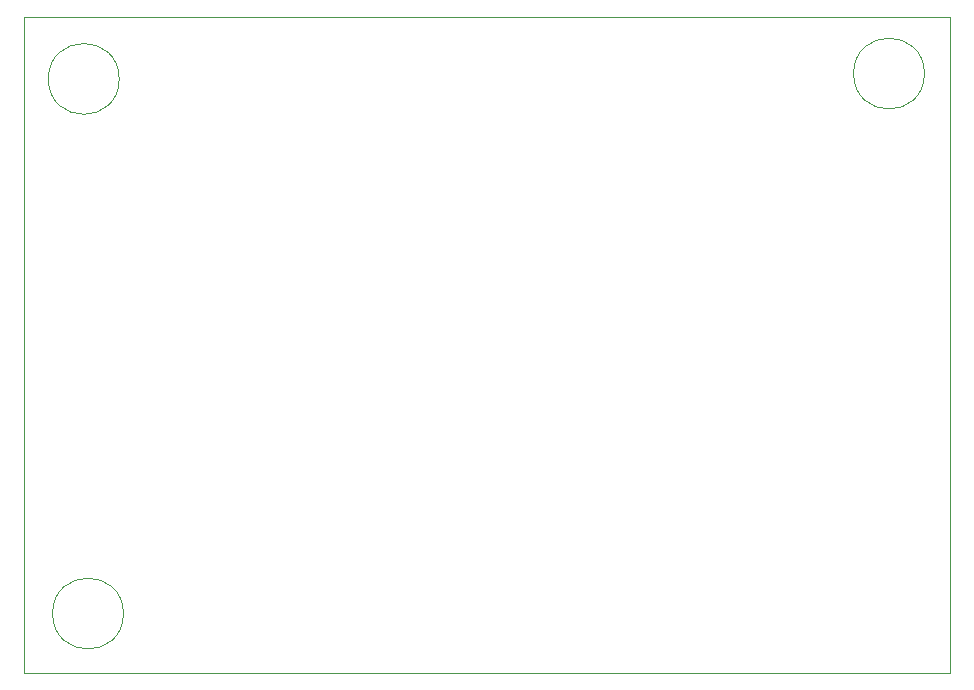
<source format=gbr>
%TF.GenerationSoftware,KiCad,Pcbnew,(7.0.0)*%
%TF.CreationDate,2023-05-03T17:51:18-06:00*%
%TF.ProjectId,Phase_B_Proto,50686173-655f-4425-9f50-726f746f2e6b,rev?*%
%TF.SameCoordinates,Original*%
%TF.FileFunction,Profile,NP*%
%FSLAX46Y46*%
G04 Gerber Fmt 4.6, Leading zero omitted, Abs format (unit mm)*
G04 Created by KiCad (PCBNEW (7.0.0)) date 2023-05-03 17:51:18*
%MOMM*%
%LPD*%
G01*
G04 APERTURE LIST*
%TA.AperFunction,Profile*%
%ADD10C,0.100000*%
%TD*%
G04 APERTURE END LIST*
D10*
X151183600Y-100279200D02*
G75*
G03*
X151183600Y-100279200I-3000000J0D01*
G01*
X150828000Y-55013600D02*
G75*
G03*
X150828000Y-55013600I-3000000J0D01*
G01*
X219001600Y-54562000D02*
G75*
G03*
X219001600Y-54562000I-3000000J0D01*
G01*
X142748000Y-49733200D02*
X221183200Y-49733200D01*
X221183200Y-49733200D02*
X221183200Y-105308400D01*
X221183200Y-105308400D02*
X142748000Y-105308400D01*
X142748000Y-105308400D02*
X142748000Y-49733200D01*
M02*

</source>
